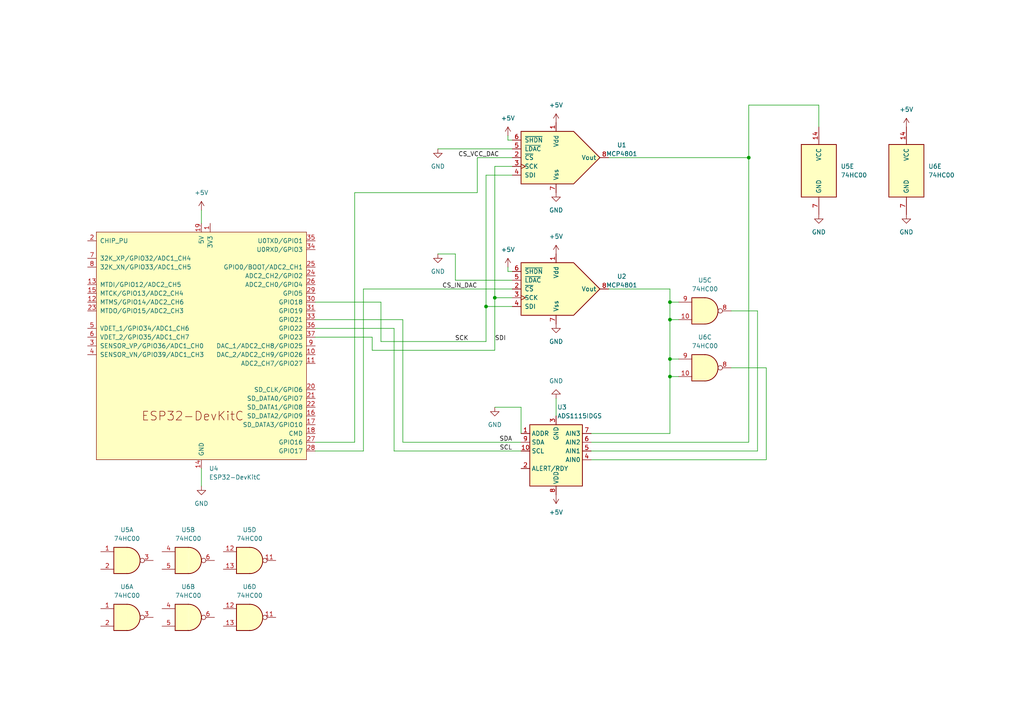
<source format=kicad_sch>
(kicad_sch (version 20230121) (generator eeschema)
  (paper "A4")
  (lib_symbols
    (symbol "74xx:74HC00" (pin_names (offset 1.016))
      (property "Reference" "U" (at 0 1.27 0))
      (property "Value" "74HC00" (at 0 -1.27 0))
      (symbol "74HC00_1_1"
        (arc (start 0 -3.81) (mid 3.7934 0) (end 0 3.81) (stroke (width 0.254)) (fill (type background)))
        (polyline (pts (xy 0 3.81) (xy -3.81 3.81) (xy -3.81 -3.81) (xy 0 -3.81)) (stroke (width 0.254)) (fill (type background)))
        (pin input line (at -7.62 2.54 0) (length 3.81) (name "~") (number "1"))
        (pin input line (at -7.62 -2.54 0) (length 3.81) (name "~") (number "2"))
        (pin output inverted (at 7.62 0 180) (length 3.81) (name "~") (number "3"))
      )
      (symbol "74HC00_1_2"
        (arc (start -3.81 -3.81) (mid -2.589 0) (end -3.81 3.81) (stroke (width 0.254)))
        (arc (start -0.6096 -3.81) (mid 2.1842 -2.5851) (end 3.81 0) (stroke (width 0.254)) (fill (type background)))
        (polyline (pts (xy -3.81 -3.81) (xy -0.635 -3.81)) (stroke (width 0.254)) (fill (type background)))
        (polyline (pts (xy -3.81 3.81) (xy -0.635 3.81)) (stroke (width 0.254)) (fill (type background)))
        (polyline (pts (xy -0.635 3.81) (xy -3.81 3.81) (xy -3.81 3.81) (xy -3.556 3.4036) (xy -3.0226 2.2606) (xy -2.6924 1.0414) (xy -2.6162 -0.254) (xy -2.7686 -1.4986) (xy -3.175 -2.7178) (xy -3.81 -3.81) (xy -3.81 -3.81) (xy -0.635 -3.81)) (stroke (width -25.4)) (fill (type background)))
        (arc (start 3.81 0) (mid 2.1915 2.5936) (end -0.6096 3.81) (stroke (width 0.254)) (fill (type background)))
        (pin input inverted (at -7.62 2.54 0) (length 4.318) (name "~") (number "1"))
        (pin input inverted (at -7.62 -2.54 0) (length 4.318) (name "~") (number "2"))
        (pin output line (at 7.62 0 180) (length 3.81) (name "~") (number "3"))
      )
      (symbol "74HC00_2_1"
        (arc (start 0 -3.81) (mid 3.7934 0) (end 0 3.81) (stroke (width 0.254)) (fill (type background)))
        (polyline (pts (xy 0 3.81) (xy -3.81 3.81) (xy -3.81 -3.81) (xy 0 -3.81)) (stroke (width 0.254)) (fill (type background)))
        (pin input line (at -7.62 2.54 0) (length 3.81) (name "~") (number "4"))
        (pin input line (at -7.62 -2.54 0) (length 3.81) (name "~") (number "5"))
        (pin output inverted (at 7.62 0 180) (length 3.81) (name "~") (number "6"))
      )
      (symbol "74HC00_2_2"
        (arc (start -3.81 -3.81) (mid -2.589 0) (end -3.81 3.81) (stroke (width 0.254)))
        (arc (start -0.6096 -3.81) (mid 2.1842 -2.5851) (end 3.81 0) (stroke (width 0.254)) (fill (type background)))
        (polyline (pts (xy -3.81 -3.81) (xy -0.635 -3.81)) (stroke (width 0.254)) (fill (type background)))
        (polyline (pts (xy -3.81 3.81) (xy -0.635 3.81)) (stroke (width 0.254)) (fill (type background)))
        (polyline (pts (xy -0.635 3.81) (xy -3.81 3.81) (xy -3.81 3.81) (xy -3.556 3.4036) (xy -3.0226 2.2606) (xy -2.6924 1.0414) (xy -2.6162 -0.254) (xy -2.7686 -1.4986) (xy -3.175 -2.7178) (xy -3.81 -3.81) (xy -3.81 -3.81) (xy -0.635 -3.81)) (stroke (width -25.4)) (fill (type background)))
        (arc (start 3.81 0) (mid 2.1915 2.5936) (end -0.6096 3.81) (stroke (width 0.254)) (fill (type background)))
        (pin input inverted (at -7.62 2.54 0) (length 4.318) (name "~") (number "4"))
        (pin input inverted (at -7.62 -2.54 0) (length 4.318) (name "~") (number "5"))
        (pin output line (at 7.62 0 180) (length 3.81) (name "~") (number "6"))
      )
      (symbol "74HC00_3_1"
        (arc (start 0 -3.81) (mid 3.7934 0) (end 0 3.81) (stroke (width 0.254)) (fill (type background)))
        (polyline (pts (xy 0 3.81) (xy -3.81 3.81) (xy -3.81 -3.81) (xy 0 -3.81)) (stroke (width 0.254)) (fill (type background)))
        (pin input line (at -7.62 -2.54 0) (length 3.81) (name "~") (number "10"))
        (pin output inverted (at 7.62 0 180) (length 3.81) (name "~") (number "8"))
        (pin input line (at -7.62 2.54 0) (length 3.81) (name "~") (number "9"))
      )
      (symbol "74HC00_3_2"
        (arc (start -3.81 -3.81) (mid -2.589 0) (end -3.81 3.81) (stroke (width 0.254)))
        (arc (start -0.6096 -3.81) (mid 2.1842 -2.5851) (end 3.81 0) (stroke (width 0.254)) (fill (type background)))
        (polyline (pts (xy -3.81 -3.81) (xy -0.635 -3.81)) (stroke (width 0.254)) (fill (type background)))
        (polyline (pts (xy -3.81 3.81) (xy -0.635 3.81)) (stroke (width 0.254)) (fill (type background)))
        (polyline (pts (xy -0.635 3.81) (xy -3.81 3.81) (xy -3.81 3.81) (xy -3.556 3.4036) (xy -3.0226 2.2606) (xy -2.6924 1.0414) (xy -2.6162 -0.254) (xy -2.7686 -1.4986) (xy -3.175 -2.7178) (xy -3.81 -3.81) (xy -3.81 -3.81) (xy -0.635 -3.81)) (stroke (width -25.4)) (fill (type background)))
        (arc (start 3.81 0) (mid 2.1915 2.5936) (end -0.6096 3.81) (stroke (width 0.254)) (fill (type background)))
        (pin input inverted (at -7.62 -2.54 0) (length 4.318) (name "~") (number "10"))
        (pin output line (at 7.62 0 180) (length 3.81) (name "~") (number "8"))
        (pin input inverted (at -7.62 2.54 0) (length 4.318) (name "~") (number "9"))
      )
      (symbol "74HC00_4_1"
        (arc (start 0 -3.81) (mid 3.7934 0) (end 0 3.81) (stroke (width 0.254)) (fill (type background)))
        (polyline (pts (xy 0 3.81) (xy -3.81 3.81) (xy -3.81 -3.81) (xy 0 -3.81)) (stroke (width 0.254)) (fill (type background)))
        (pin output inverted (at 7.62 0 180) (length 3.81) (name "~") (number "11"))
        (pin input line (at -7.62 2.54 0) (length 3.81) (name "~") (number "12"))
        (pin input line (at -7.62 -2.54 0) (length 3.81) (name "~") (number "13"))
      )
      (symbol "74HC00_4_2"
        (arc (start -3.81 -3.81) (mid -2.589 0) (end -3.81 3.81) (stroke (width 0.254)))
        (arc (start -0.6096 -3.81) (mid 2.1842 -2.5851) (end 3.81 0) (stroke (width 0.254)) (fill (type background)))
        (polyline (pts (xy -3.81 -3.81) (xy -0.635 -3.81)) (stroke (width 0.254)) (fill (type background)))
        (polyline (pts (xy -3.81 3.81) (xy -0.635 3.81)) (stroke (width 0.254)) (fill (type background)))
        (polyline (pts (xy -0.635 3.81) (xy -3.81 3.81) (xy -3.81 3.81) (xy -3.556 3.4036) (xy -3.0226 2.2606) (xy -2.6924 1.0414) (xy -2.6162 -0.254) (xy -2.7686 -1.4986) (xy -3.175 -2.7178) (xy -3.81 -3.81) (xy -3.81 -3.81) (xy -0.635 -3.81)) (stroke (width -25.4)) (fill (type background)))
        (arc (start 3.81 0) (mid 2.1915 2.5936) (end -0.6096 3.81) (stroke (width 0.254)) (fill (type background)))
        (pin output line (at 7.62 0 180) (length 3.81) (name "~") (number "11"))
        (pin input inverted (at -7.62 2.54 0) (length 4.318) (name "~") (number "12"))
        (pin input inverted (at -7.62 -2.54 0) (length 4.318) (name "~") (number "13"))
      )
      (symbol "74HC00_5_0"
        (pin power_in line (at 0 12.7 270) (length 5.08) (name "VCC") (number "14"))
        (pin power_in line (at 0 -12.7 90) (length 5.08) (name "GND") (number "7"))
      )
      (symbol "74HC00_5_1"
        (rectangle (start -5.08 7.62) (end 5.08 -7.62) (stroke (width 0.254)) (fill (type background)))
      )
    )
    (symbol "Analog_ADC:ADS1115IDGS"
      (property "Reference" "U" (at 2.54 13.97 0))
      (property "Value" "ADS1115IDGS" (at 7.62 11.43 0))
      (symbol "ADS1115IDGS_0_1"
        (rectangle (start -7.62 10.16) (end 7.62 -7.62) (stroke (width 0.254)) (fill (type background)))
      )
      (symbol "ADS1115IDGS_1_1"
        (pin input line (at 10.16 -5.08 180) (length 2.54) (name "ADDR") (number "1"))
        (pin input line (at 10.16 0 180) (length 2.54) (name "SCL") (number "10"))
        (pin output line (at 10.16 5.08 180) (length 2.54) (name "ALERT/RDY") (number "2"))
        (pin power_in line (at 0 -10.16 90) (length 2.54) (name "GND") (number "3"))
        (pin input line (at -10.16 2.54 0) (length 2.54) (name "AIN0") (number "4"))
        (pin input line (at -10.16 0 0) (length 2.54) (name "AIN1") (number "5"))
        (pin input line (at -10.16 -2.54 0) (length 2.54) (name "AIN2") (number "6"))
        (pin input line (at -10.16 -5.08 0) (length 2.54) (name "AIN3") (number "7"))
        (pin power_in line (at 0 12.7 270) (length 2.54) (name "VDD") (number "8"))
        (pin bidirectional line (at 10.16 -2.54 180) (length 2.54) (name "SDA") (number "9"))
      )
    )
    (symbol "Analog_DAC:MCP4801" (pin_names (offset 1.016))
      (property "Reference" "U" (at 1.27 10.795 0))
      (property "Value" "MCP4801" (at 1.27 8.89 0))
      (symbol "MCP4801_0_0"
        (polyline (pts (xy 12.7 0) (xy 5.08 7.62) (xy -10.16 7.62) (xy -10.16 -7.62) (xy 5.08 -7.62) (xy 12.7 0)) (stroke (width 0.254)) (fill (type background)))
      )
      (symbol "MCP4801_1_1"
        (pin power_in line (at 0 10.16 270) (length 2.54) (name "Vdd") (number "1"))
        (pin input line (at -12.7 0 0) (length 2.54) (name "~{CS}") (number "2"))
        (pin input clock (at -12.7 -2.54 0) (length 2.54) (name "SCK") (number "3"))
        (pin input line (at -12.7 -5.08 0) (length 2.54) (name "SDI") (number "4"))
        (pin input line (at -12.7 2.54 0) (length 2.54) (name "~{LDAC}") (number "5"))
        (pin input line (at -12.7 5.08 0) (length 2.54) (name "~{SHDN}") (number "6"))
        (pin power_in line (at 0 -10.16 90) (length 2.54) (name "Vss") (number "7"))
        (pin output line (at 15.24 0 180) (length 2.54) (name "Vout") (number "8"))
      )
    )
    (symbol "PCM_Espressif:ESP32-DevKitC" (pin_names (offset 1.016))
      (property "Reference" "U" (at -30.48 38.1 0))
      (property "Value" "ESP32-DevKitC" (at -30.48 35.56 0))
      (symbol "ESP32-DevKitC_0_0"
        (text "ESP32-DevKitC" (at -2.54 -20.32 0) (effects (font (size 2.54 2.54))))
        (pin power_in line (at 0 -35.56 90) (length 2.54) (name "GND") (number "14"))
        (pin power_in line (at 0 35.56 270) (length 2.54) (name "5V") (number "19"))
      )
      (symbol "ESP32-DevKitC_0_1"
        (rectangle (start -30.48 33.02) (end 30.48 -33.02) (fill (type background)))
      )
      (symbol "ESP32-DevKitC_1_1"
        (pin power_in line (at 2.54 35.56 270) (length 2.54) (name "3V3") (number "1"))
        (pin bidirectional line (at 33.02 -2.54 180) (length 2.54) (name "DAC_2/ADC2_CH9/GPIO26") (number "10"))
        (pin bidirectional line (at 33.02 -5.08 180) (length 2.54) (name "ADC2_CH7/GPIO27") (number "11"))
        (pin bidirectional line (at -33.02 12.7 0) (length 2.54) (name "MTMS/GPIO14/ADC2_CH6") (number "12"))
        (pin bidirectional line (at -33.02 17.78 0) (length 2.54) (name "MTDI/GPIO12/ADC2_CH5") (number "13"))
        (pin bidirectional line (at -33.02 15.24 0) (length 2.54) (name "MTCK/GPIO13/ADC2_CH4") (number "15"))
        (pin bidirectional line (at 33.02 -20.32 180) (length 2.54) (name "SD_DATA2/GPIO9") (number "16"))
        (pin bidirectional line (at 33.02 -22.86 180) (length 2.54) (name "SD_DATA3/GPIO10") (number "17"))
        (pin bidirectional line (at 33.02 -25.4 180) (length 2.54) (name "CMD") (number "18"))
        (pin input line (at -33.02 30.48 0) (length 2.54) (name "CHIP_PU") (number "2"))
        (pin bidirectional line (at 33.02 -12.7 180) (length 2.54) (name "SD_CLK/GPIO6") (number "20"))
        (pin bidirectional line (at 33.02 -15.24 180) (length 2.54) (name "SD_DATA0/GPIO7") (number "21"))
        (pin bidirectional line (at 33.02 -17.78 180) (length 2.54) (name "SD_DATA1/GPIO8") (number "22"))
        (pin bidirectional line (at -33.02 10.16 0) (length 2.54) (name "MTDO/GPIO15/ADC2_CH3") (number "23"))
        (pin bidirectional line (at 33.02 20.32 180) (length 2.54) (name "ADC2_CH2/GPIO2") (number "24"))
        (pin bidirectional line (at 33.02 22.86 180) (length 2.54) (name "GPIO0/BOOT/ADC2_CH1") (number "25"))
        (pin bidirectional line (at 33.02 17.78 180) (length 2.54) (name "ADC2_CH0/GPIO4") (number "26"))
        (pin bidirectional line (at 33.02 -27.94 180) (length 2.54) (name "GPIO16") (number "27"))
        (pin bidirectional line (at 33.02 -30.48 180) (length 2.54) (name "GPIO17") (number "28"))
        (pin bidirectional line (at 33.02 15.24 180) (length 2.54) (name "GPIO5") (number "29"))
        (pin input line (at -33.02 0 0) (length 2.54) (name "SENSOR_VP/GPIO36/ADC1_CH0") (number "3"))
        (pin bidirectional line (at 33.02 12.7 180) (length 2.54) (name "GPIO18") (number "30"))
        (pin bidirectional line (at 33.02 10.16 180) (length 2.54) (name "GPIO19") (number "31"))
        (pin passive line (at 0 -35.56 90) (length 2.54) hide (name "GND") (number "32"))
        (pin bidirectional line (at 33.02 7.62 180) (length 2.54) (name "GPIO21") (number "33"))
        (pin bidirectional line (at 33.02 27.94 180) (length 2.54) (name "U0RXD/GPIO3") (number "34"))
        (pin bidirectional line (at 33.02 30.48 180) (length 2.54) (name "U0TXD/GPIO1") (number "35"))
        (pin bidirectional line (at 33.02 5.08 180) (length 2.54) (name "GPIO22") (number "36"))
        (pin bidirectional line (at 33.02 2.54 180) (length 2.54) (name "GPIO23") (number "37"))
        (pin passive line (at 0 -35.56 90) (length 2.54) hide (name "GND") (number "38"))
        (pin input line (at -33.02 -2.54 0) (length 2.54) (name "SENSOR_VN/GPIO39/ADC1_CH3") (number "4"))
        (pin input line (at -33.02 5.08 0) (length 2.54) (name "VDET_1/GPIO34/ADC1_CH6") (number "5"))
        (pin input line (at -33.02 2.54 0) (length 2.54) (name "VDET_2/GPIO35/ADC1_CH7") (number "6"))
        (pin bidirectional line (at -33.02 25.4 0) (length 2.54) (name "32K_XP/GPIO32/ADC1_CH4") (number "7"))
        (pin bidirectional line (at -33.02 22.86 0) (length 2.54) (name "32K_XN/GPIO33/ADC1_CH5") (number "8"))
        (pin bidirectional line (at 33.02 0 180) (length 2.54) (name "DAC_1/ADC2_CH8/GPIO25") (number "9"))
      )
    )
    (symbol "power:+5V" (power) (pin_names (offset 0))
      (property "Value" "+5V" (at 0 3.556 0))
      (symbol "+5V_0_1"
        (polyline (pts (xy -0.762 1.27) (xy 0 2.54)))
        (polyline (pts (xy 0 0) (xy 0 2.54)))
        (polyline (pts (xy 0 2.54) (xy 0.762 1.27)))
      )
      (symbol "+5V_1_1"
        (pin power_in line (at 0 0 90) (length 0) hide (name "+5V") (number "1"))
      )
    )
    (symbol "power:GND" (power) (pin_names (offset 0))
      (property "Value" "GND" (at 0 -3.81 0))
      (symbol "GND_0_1"
        (polyline (pts (xy 0 0) (xy 0 -1.27) (xy 1.27 -1.27) (xy 0 -2.54) (xy -1.27 -1.27) (xy 0 -1.27)))
      )
      (symbol "GND_1_1"
        (pin power_in line (at 0 0 270) (length 0) hide (name "GND") (number "1"))
      )
    )
  )
  (junction (at 140.97 88.9))
  (junction (at 143.51 86.36))
  (junction (at 194.31 104.14))
  (junction (at 194.31 109.22))
  (junction (at 194.31 87.63))
  (junction (at 194.31 92.71))
  (junction (at 217.17 45.72))
  (wire (pts (xy 102.87 55.88) (xy 138.43 55.88)))
  (wire (pts (xy 110.49 87.63) (xy 110.49 99.06)))
  (wire (pts (xy 140.97 50.8) (xy 140.97 88.9)))
  (wire (pts (xy 147.32 78.74) (xy 147.32 77.47)))
  (wire (pts (xy 194.31 92.71) (xy 196.85 92.71)))
  (wire (pts (xy 116.84 92.71) (xy 91.44 92.71)))
  (wire (pts (xy 161.29 115.57) (xy 161.29 120.65)))
  (wire (pts (xy 105.41 130.81) (xy 105.41 83.82)))
  (wire (pts (xy 176.53 83.82) (xy 194.31 83.82)))
  (wire (pts (xy 140.97 88.9) (xy 140.97 99.06)))
  (wire (pts (xy 171.45 128.27) (xy 217.17 128.27)))
  (wire (pts (xy 91.44 130.81) (xy 105.41 130.81)))
  (wire (pts (xy 194.31 104.14) (xy 196.85 104.14)))
  (wire (pts (xy 171.45 125.73) (xy 194.31 125.73)))
  (wire (pts (xy 107.95 101.6) (xy 143.51 101.6)))
  (wire (pts (xy 217.17 30.48) (xy 237.49 30.48)))
  (wire (pts (xy 91.44 87.63) (xy 110.49 87.63)))
  (wire (pts (xy 91.44 97.79) (xy 107.95 97.79)))
  (wire (pts (xy 132.08 73.66) (xy 132.08 81.28)))
  (wire (pts (xy 58.42 60.96) (xy 58.42 64.77)))
  (wire (pts (xy 148.59 50.8) (xy 140.97 50.8)))
  (wire (pts (xy 127 73.66) (xy 132.08 73.66)))
  (wire (pts (xy 127 43.18) (xy 148.59 43.18)))
  (wire (pts (xy 58.42 135.89) (xy 58.42 140.97)))
  (wire (pts (xy 114.3 130.81) (xy 151.13 130.81)))
  (wire (pts (xy 91.44 128.27) (xy 102.87 128.27)))
  (wire (pts (xy 212.09 90.17) (xy 219.71 90.17)))
  (wire (pts (xy 114.3 130.81) (xy 114.3 95.25)))
  (wire (pts (xy 138.43 55.88) (xy 138.43 45.72)))
  (wire (pts (xy 148.59 40.64) (xy 147.32 40.64)))
  (wire (pts (xy 194.31 87.63) (xy 194.31 92.71)))
  (wire (pts (xy 110.49 99.06) (xy 140.97 99.06)))
  (wire (pts (xy 116.84 128.27) (xy 116.84 92.71)))
  (wire (pts (xy 138.43 45.72) (xy 148.59 45.72)))
  (wire (pts (xy 194.31 109.22) (xy 196.85 109.22)))
  (wire (pts (xy 102.87 128.27) (xy 102.87 55.88)))
  (wire (pts (xy 151.13 118.11) (xy 151.13 125.73)))
  (wire (pts (xy 217.17 45.72) (xy 217.17 30.48)))
  (wire (pts (xy 116.84 128.27) (xy 151.13 128.27)))
  (wire (pts (xy 194.31 125.73) (xy 194.31 109.22)))
  (wire (pts (xy 194.31 92.71) (xy 194.31 104.14)))
  (wire (pts (xy 222.25 133.35) (xy 222.25 106.68)))
  (wire (pts (xy 171.45 133.35) (xy 222.25 133.35)))
  (wire (pts (xy 194.31 87.63) (xy 196.85 87.63)))
  (wire (pts (xy 107.95 97.79) (xy 107.95 101.6)))
  (wire (pts (xy 105.41 83.82) (xy 148.59 83.82)))
  (wire (pts (xy 219.71 130.81) (xy 171.45 130.81)))
  (wire (pts (xy 143.51 48.26) (xy 143.51 86.36)))
  (wire (pts (xy 194.31 104.14) (xy 194.31 109.22)))
  (wire (pts (xy 176.53 45.72) (xy 217.17 45.72)))
  (wire (pts (xy 237.49 30.48) (xy 237.49 36.83)))
  (wire (pts (xy 147.32 40.64) (xy 147.32 39.37)))
  (wire (pts (xy 132.08 81.28) (xy 148.59 81.28)))
  (wire (pts (xy 148.59 78.74) (xy 147.32 78.74)))
  (wire (pts (xy 217.17 128.27) (xy 217.17 45.72)))
  (wire (pts (xy 143.51 86.36) (xy 148.59 86.36)))
  (wire (pts (xy 143.51 118.11) (xy 151.13 118.11)))
  (wire (pts (xy 114.3 95.25) (xy 91.44 95.25)))
  (wire (pts (xy 143.51 86.36) (xy 143.51 101.6)))
  (wire (pts (xy 194.31 83.82) (xy 194.31 87.63)))
  (wire (pts (xy 140.97 88.9) (xy 148.59 88.9)))
  (wire (pts (xy 219.71 90.17) (xy 219.71 130.81)))
  (wire (pts (xy 222.25 106.68) (xy 212.09 106.68)))
  (wire (pts (xy 148.59 48.26) (xy 143.51 48.26)))
  (label "SCL" (at 148.59 130.81 180))
  (label "CS_VCC_DAC" (at 144.78 45.72 180))
  (label "SCK" (at 135.89 99.06 180))
  (label "CS_IN_DAC" (at 138.43 83.82 180))
  (label "SDI" (at 143.51 99.06 0))
  (label "SDA" (at 148.59 128.27 180))
  (symbol (lib_id "power:+5V") (at 262.89 36.83 0) (unit 1)
    (property "Reference" "#PWR014" (effects hide))
    (property "Value" "+5V" (at 262.89 31.75 0))
  )
  (symbol (lib_id "power:GND") (at 127 73.66 0) (unit 1)
    (property "Reference" "#PWR08" (effects hide))
    (property "Value" "GND" (at 127 78.74 0))
  )
  (symbol (lib_id "power:+5V") (at 147.32 77.47 0) (unit 1)
    (property "Reference" "#PWR06" (effects hide))
    (property "Value" "+5V" (at 147.32 72.39 0))
  )
  (symbol (lib_id "power:GND") (at 161.29 93.98 0) (unit 1)
    (property "Reference" "#PWR04" (effects hide))
    (property "Value" "GND" (at 161.29 99.06 0))
  )
  (symbol (lib_id "Analog_DAC:MCP4801") (at 161.29 45.72 0) (unit 1)
    (property "Reference" "U1" (at 180.34 42.0721 0))
    (property "Value" "MCP4801" (at 180.34 44.6121 0))
    (property "Datasheet" "http://ww1.microchip.com/downloads/en/DeviceDoc/22244B.pdf" (effects hide))
  )
  (symbol (lib_id "74xx:74HC00") (at 262.89 49.53 0) (unit 5)
    (property "Reference" "U6" (at 269.24 48.26 0) (effects (justify left)))
    (property "Value" "74HC00" (at 269.24 50.8 0) (effects (justify left)))
    (property "Datasheet" "http://www.ti.com/lit/gpn/sn74hc00" (effects hide))
  )
  (symbol (lib_id "power:GND") (at 161.29 55.88 0) (unit 1)
    (property "Reference" "#PWR03" (effects hide))
    (property "Value" "GND" (at 161.29 60.96 0))
  )
  (symbol (lib_id "power:GND") (at 127 43.18 0) (unit 1)
    (property "Reference" "#PWR07" (effects hide))
    (property "Value" "GND" (at 127 48.26 0))
  )
  (symbol (lib_id "power:GND") (at 161.29 115.57 180) (unit 1)
    (property "Reference" "#PWR011" (effects hide))
    (property "Value" "GND" (at 161.29 110.49 0))
  )
  (symbol (lib_id "Analog_DAC:MCP4801") (at 161.29 83.82 0) (unit 1)
    (property "Reference" "U2" (at 180.34 80.1721 0))
    (property "Value" "MCP4801" (at 180.34 82.7121 0))
    (property "Datasheet" "http://ww1.microchip.com/downloads/en/DeviceDoc/22244B.pdf" (effects hide))
  )
  (symbol (lib_id "power:+5V") (at 161.29 35.56 0) (unit 1)
    (property "Reference" "#PWR01" (effects hide))
    (property "Value" "+5V" (at 161.29 30.48 0))
  )
  (symbol (lib_id "power:+5V") (at 58.42 60.96 0) (unit 1)
    (property "Reference" "#PWR012" (effects hide))
    (property "Value" "+5V" (at 58.42 55.88 0))
  )
  (symbol (lib_id "74xx:74HC00") (at 36.83 179.07 0) (unit 1)
    (property "Reference" "U6" (at 36.8217 170.18 0))
    (property "Value" "74HC00" (at 36.8217 172.72 0))
    (property "Datasheet" "http://www.ti.com/lit/gpn/sn74hc00" (effects hide))
  )
  (symbol (lib_id "power:+5V") (at 161.29 143.51 180) (unit 1)
    (property "Reference" "#PWR010" (effects hide))
    (property "Value" "+5V" (at 161.29 148.59 0))
  )
  (symbol (lib_id "74xx:74HC00") (at 204.47 90.17 0) (unit 3)
    (property "Reference" "U5" (at 204.4617 81.28 0))
    (property "Value" "74HC00" (at 204.4617 83.82 0))
    (property "Datasheet" "http://www.ti.com/lit/gpn/sn74hc00" (effects hide))
  )
  (symbol (lib_id "power:GND") (at 237.49 62.23 0) (unit 1)
    (property "Reference" "#PWR015" (effects hide))
    (property "Value" "GND" (at 237.49 67.31 0))
  )
  (symbol (lib_id "power:+5V") (at 147.32 39.37 0) (unit 1)
    (property "Reference" "#PWR05" (effects hide))
    (property "Value" "+5V" (at 147.32 34.29 0))
  )
  (symbol (lib_id "74xx:74HC00") (at 204.47 106.68 0) (unit 3)
    (property "Reference" "U6" (at 204.4617 97.79 0))
    (property "Value" "74HC00" (at 204.4617 100.33 0))
    (property "Datasheet" "http://www.ti.com/lit/gpn/sn74hc00" (effects hide))
  )
  (symbol (lib_id "power:+5V") (at 161.29 73.66 0) (unit 1)
    (property "Reference" "#PWR02" (effects hide))
    (property "Value" "+5V" (at 161.29 68.58 0))
  )
  (symbol (lib_id "power:GND") (at 58.42 140.97 0) (unit 1)
    (property "Reference" "#PWR013" (effects hide))
    (property "Value" "GND" (at 58.42 146.05 0))
  )
  (symbol (lib_id "power:GND") (at 262.89 62.23 0) (unit 1)
    (property "Reference" "#PWR016" (effects hide))
    (property "Value" "GND" (at 262.89 67.31 0))
  )
  (symbol (lib_id "74xx:74HC00") (at 36.83 162.56 0) (unit 1)
    (property "Reference" "U5" (at 36.8217 153.67 0))
    (property "Value" "74HC00" (at 36.8217 156.21 0))
    (property "Datasheet" "http://www.ti.com/lit/gpn/sn74hc00" (effects hide))
  )
  (symbol (lib_id "74xx:74HC00") (at 54.61 179.07 0) (unit 2)
    (property "Reference" "U6" (at 54.6017 170.18 0))
    (property "Value" "74HC00" (at 54.6017 172.72 0))
    (property "Datasheet" "http://www.ti.com/lit/gpn/sn74hc00" (effects hide))
  )
  (symbol (lib_id "74xx:74HC00") (at 72.39 162.56 0) (unit 4)
    (property "Reference" "U5" (at 72.3817 153.67 0))
    (property "Value" "74HC00" (at 72.3817 156.21 0))
    (property "Datasheet" "http://www.ti.com/lit/gpn/sn74hc00" (effects hide))
  )
  (symbol (lib_id "PCM_Espressif:ESP32-DevKitC") (at 58.42 100.33 0) (unit 1)
    (property "Reference" "U4" (at 60.6141 135.89 0) (effects (justify left)))
    (property "Value" "ESP32-DevKitC" (at 60.6141 138.43 0) (effects (justify left)))
    (property "Footprint" "Espressif:ESP32-DevKitC" (effects hide))
    (property "Datasheet" "https://docs.espressif.com/projects/esp-idf/zh_CN/latest/esp32/hw-reference/esp32/get-started-devkitc.html" (effects hide))
  )
  (symbol (lib_id "74xx:74HC00") (at 237.49 49.53 0) (unit 5)
    (property "Reference" "U5" (at 243.84 48.26 0) (effects (justify left)))
    (property "Value" "74HC00" (at 243.84 50.8 0) (effects (justify left)))
    (property "Datasheet" "http://www.ti.com/lit/gpn/sn74hc00" (effects hide))
  )
  (symbol (lib_id "Analog_ADC:ADS1115IDGS") (at 161.29 130.81 180) (unit 1)
    (property "Reference" "U3" (at 161.6359 118.11 0) (effects (justify right)))
    (property "Value" "ADS1115IDGS" (at 161.6359 120.65 0) (effects (justify right)))
    (property "Footprint" "Package_SO:TSSOP-10_3x3mm_P0.5mm" (effects hide))
    (property "Datasheet" "http://www.ti.com/lit/ds/symlink/ads1113.pdf" (effects hide))
  )
  (symbol (lib_id "power:GND") (at 143.51 118.11 0) (unit 1)
    (property "Reference" "#PWR09" (effects hide))
    (property "Value" "GND" (at 143.51 123.19 0))
  )
  (symbol (lib_id "74xx:74HC00") (at 54.61 162.56 0) (unit 2)
    (property "Reference" "U5" (at 54.6017 153.67 0))
    (property "Value" "74HC00" (at 54.6017 156.21 0))
    (property "Datasheet" "http://www.ti.com/lit/gpn/sn74hc00" (effects hide))
  )
  (symbol (lib_id "74xx:74HC00") (at 72.39 179.07 0) (unit 4)
    (property "Reference" "U6" (at 72.3817 170.18 0))
    (property "Value" "74HC00" (at 72.3817 172.72 0))
    (property "Datasheet" "http://www.ti.com/lit/gpn/sn74hc00" (effects hide))
  )
)
</source>
